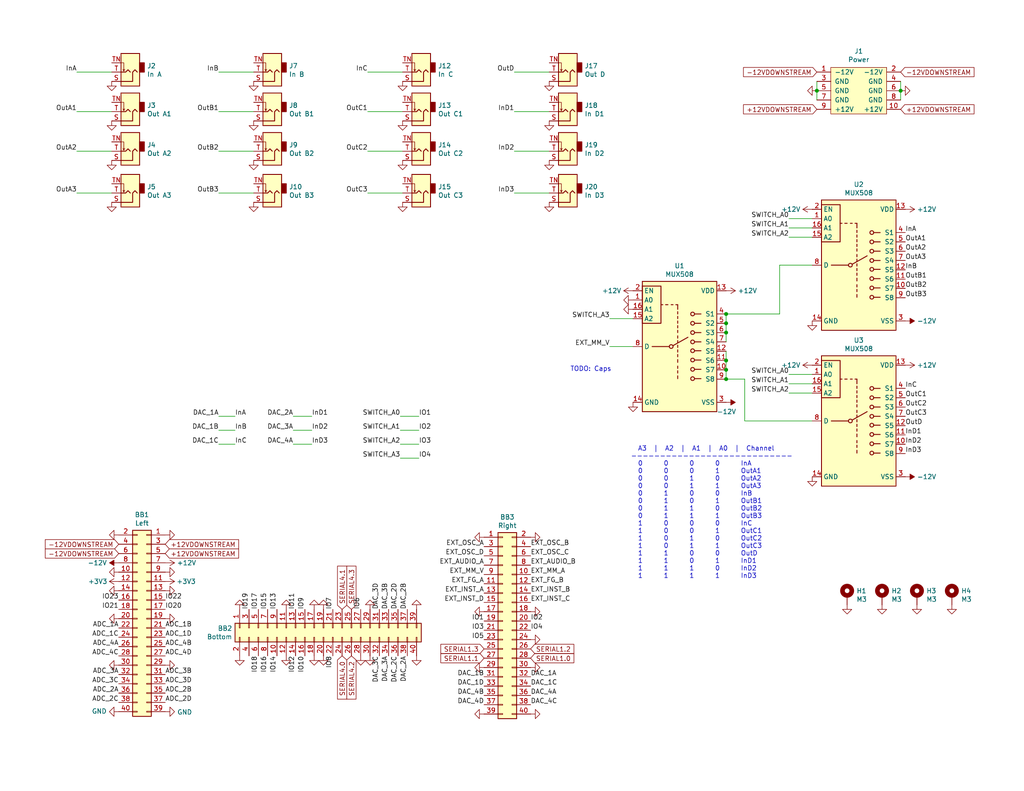
<source format=kicad_sch>
(kicad_sch (version 20230121) (generator eeschema)
  (paper "USLetter")
  (title_block (title "TestKit Adapter Template") (date "2021-11-01") (rev "v1") (company "Winterbloom") (comment 1 "Alethea Flowers") (comment 2 "CERN-OHL-P V2"))
  (lib_symbols
    (symbol "Connector_Generic:Conn_02x20_Odd_Even" (pin_names (offset 1.016) hide)
      (property "Reference" "J" (at 1.27 25.4 0))
      (property "Value" "Conn_02x20_Odd_Even" (at 1.27 -27.94 0))
      (symbol "Conn_02x20_Odd_Even_1_1"
        (rectangle (start -1.27 -25.273) (end 0 -25.527) (stroke (width 0.1524)))
        (rectangle (start -1.27 -22.733) (end 0 -22.987) (stroke (width 0.1524)))
        (rectangle (start -1.27 -20.193) (end 0 -20.447) (stroke (width 0.1524)))
        (rectangle (start -1.27 -17.653) (end 0 -17.907) (stroke (width 0.1524)))
        (rectangle (start -1.27 -15.113) (end 0 -15.367) (stroke (width 0.1524)))
        (rectangle (start -1.27 -12.573) (end 0 -12.827) (stroke (width 0.1524)))
        (rectangle (start -1.27 -10.033) (end 0 -10.287) (stroke (width 0.1524)))
        (rectangle (start -1.27 -7.493) (end 0 -7.747) (stroke (width 0.1524)))
        (rectangle (start -1.27 -4.953) (end 0 -5.207) (stroke (width 0.1524)))
        (rectangle (start -1.27 -2.413) (end 0 -2.667) (stroke (width 0.1524)))
        (rectangle (start -1.27 0.127) (end 0 -0.127) (stroke (width 0.1524)))
        (rectangle (start -1.27 2.667) (end 0 2.413) (stroke (width 0.1524)))
        (rectangle (start -1.27 5.207) (end 0 4.953) (stroke (width 0.1524)))
        (rectangle (start -1.27 7.747) (end 0 7.493) (stroke (width 0.1524)))
        (rectangle (start -1.27 10.287) (end 0 10.033) (stroke (width 0.1524)))
        (rectangle (start -1.27 12.827) (end 0 12.573) (stroke (width 0.1524)))
        (rectangle (start -1.27 15.367) (end 0 15.113) (stroke (width 0.1524)))
        (rectangle (start -1.27 17.907) (end 0 17.653) (stroke (width 0.1524)))
        (rectangle (start -1.27 20.447) (end 0 20.193) (stroke (width 0.1524)))
        (rectangle (start -1.27 22.987) (end 0 22.733) (stroke (width 0.1524)))
        (rectangle (start -1.27 24.13) (end 3.81 -26.67) (stroke (width 0.254)) (fill (type background)))
        (rectangle (start 3.81 -25.273) (end 2.54 -25.527) (stroke (width 0.1524)))
        (rectangle (start 3.81 -22.733) (end 2.54 -22.987) (stroke (width 0.1524)))
        (rectangle (start 3.81 -20.193) (end 2.54 -20.447) (stroke (width 0.1524)))
        (rectangle (start 3.81 -17.653) (end 2.54 -17.907) (stroke (width 0.1524)))
        (rectangle (start 3.81 -15.113) (end 2.54 -15.367) (stroke (width 0.1524)))
        (rectangle (start 3.81 -12.573) (end 2.54 -12.827) (stroke (width 0.1524)))
        (rectangle (start 3.81 -10.033) (end 2.54 -10.287) (stroke (width 0.1524)))
        (rectangle (start 3.81 -7.493) (end 2.54 -7.747) (stroke (width 0.1524)))
        (rectangle (start 3.81 -4.953) (end 2.54 -5.207) (stroke (width 0.1524)))
        (rectangle (start 3.81 -2.413) (end 2.54 -2.667) (stroke (width 0.1524)))
        (rectangle (start 3.81 0.127) (end 2.54 -0.127) (stroke (width 0.1524)))
        (rectangle (start 3.81 2.667) (end 2.54 2.413) (stroke (width 0.1524)))
        (rectangle (start 3.81 5.207) (end 2.54 4.953) (stroke (width 0.1524)))
        (rectangle (start 3.81 7.747) (end 2.54 7.493) (stroke (width 0.1524)))
        (rectangle (start 3.81 10.287) (end 2.54 10.033) (stroke (width 0.1524)))
        (rectangle (start 3.81 12.827) (end 2.54 12.573) (stroke (width 0.1524)))
        (rectangle (start 3.81 15.367) (end 2.54 15.113) (stroke (width 0.1524)))
        (rectangle (start 3.81 17.907) (end 2.54 17.653) (stroke (width 0.1524)))
        (rectangle (start 3.81 20.447) (end 2.54 20.193) (stroke (width 0.1524)))
        (rectangle (start 3.81 22.987) (end 2.54 22.733) (stroke (width 0.1524)))
        (pin passive line (at -5.08 22.86 0) (length 3.81) (name "Pin_1") (number "1"))
        (pin passive line (at 7.62 12.7 180) (length 3.81) (name "Pin_10") (number "10"))
        (pin passive line (at -5.08 10.16 0) (length 3.81) (name "Pin_11") (number "11"))
        (pin passive line (at 7.62 10.16 180) (length 3.81) (name "Pin_12") (number "12"))
        (pin passive line (at -5.08 7.62 0) (length 3.81) (name "Pin_13") (number "13"))
        (pin passive line (at 7.62 7.62 180) (length 3.81) (name "Pin_14") (number "14"))
        (pin passive line (at -5.08 5.08 0) (length 3.81) (name "Pin_15") (number "15"))
        (pin passive line (at 7.62 5.08 180) (length 3.81) (name "Pin_16") (number "16"))
        (pin passive line (at -5.08 2.54 0) (length 3.81) (name "Pin_17") (number "17"))
        (pin passive line (at 7.62 2.54 180) (length 3.81) (name "Pin_18") (number "18"))
        (pin passive line (at -5.08 0 0) (length 3.81) (name "Pin_19") (number "19"))
        (pin passive line (at 7.62 22.86 180) (length 3.81) (name "Pin_2") (number "2"))
        (pin passive line (at 7.62 0 180) (length 3.81) (name "Pin_20") (number "20"))
        (pin passive line (at -5.08 -2.54 0) (length 3.81) (name "Pin_21") (number "21"))
        (pin passive line (at 7.62 -2.54 180) (length 3.81) (name "Pin_22") (number "22"))
        (pin passive line (at -5.08 -5.08 0) (length 3.81) (name "Pin_23") (number "23"))
        (pin passive line (at 7.62 -5.08 180) (length 3.81) (name "Pin_24") (number "24"))
        (pin passive line (at -5.08 -7.62 0) (length 3.81) (name "Pin_25") (number "25"))
        (pin passive line (at 7.62 -7.62 180) (length 3.81) (name "Pin_26") (number "26"))
        (pin passive line (at -5.08 -10.16 0) (length 3.81) (name "Pin_27") (number "27"))
        (pin passive line (at 7.62 -10.16 180) (length 3.81) (name "Pin_28") (number "28"))
        (pin passive line (at -5.08 -12.7 0) (length 3.81) (name "Pin_29") (number "29"))
        (pin passive line (at -5.08 20.32 0) (length 3.81) (name "Pin_3") (number "3"))
        (pin passive line (at 7.62 -12.7 180) (length 3.81) (name "Pin_30") (number "30"))
        (pin passive line (at -5.08 -15.24 0) (length 3.81) (name "Pin_31") (number "31"))
        (pin passive line (at 7.62 -15.24 180) (length 3.81) (name "Pin_32") (number "32"))
        (pin passive line (at -5.08 -17.78 0) (length 3.81) (name "Pin_33") (number "33"))
        (pin passive line (at 7.62 -17.78 180) (length 3.81) (name "Pin_34") (number "34"))
        (pin passive line (at -5.08 -20.32 0) (length 3.81) (name "Pin_35") (number "35"))
        (pin passive line (at 7.62 -20.32 180) (length 3.81) (name "Pin_36") (number "36"))
        (pin passive line (at -5.08 -22.86 0) (length 3.81) (name "Pin_37") (number "37"))
        (pin passive line (at 7.62 -22.86 180) (length 3.81) (name "Pin_38") (number "38"))
        (pin passive line (at -5.08 -25.4 0) (length 3.81) (name "Pin_39") (number "39"))
        (pin passive line (at 7.62 20.32 180) (length 3.81) (name "Pin_4") (number "4"))
        (pin passive line (at 7.62 -25.4 180) (length 3.81) (name "Pin_40") (number "40"))
        (pin passive line (at -5.08 17.78 0) (length 3.81) (name "Pin_5") (number "5"))
        (pin passive line (at 7.62 17.78 180) (length 3.81) (name "Pin_6") (number "6"))
        (pin passive line (at -5.08 15.24 0) (length 3.81) (name "Pin_7") (number "7"))
        (pin passive line (at 7.62 15.24 180) (length 3.81) (name "Pin_8") (number "8"))
        (pin passive line (at -5.08 12.7 0) (length 3.81) (name "Pin_9") (number "9"))
      )
    )
    (symbol "Mechanical:MountingHole_Pad" (pin_numbers hide) (pin_names (offset 1.016) hide)
      (property "Reference" "H" (at 0 6.35 0))
      (property "Value" "MountingHole_Pad" (at 0 4.445 0))
      (symbol "MountingHole_Pad_0_1"
        (circle (center 0 1.27) (radius 1.27) (stroke (width 1.27)))
      )
      (symbol "MountingHole_Pad_1_1"
        (pin input line (at 0 -2.54 90) (length 2.54) (name "1") (number "1"))
      )
    )
    (symbol "hubble-lens-rescue:+3.3V-power" (power) (pin_names (offset 0))
      (property "Value" "+3.3V-power" (at 0 3.556 0))
      (symbol "+3.3V-power_0_1"
        (polyline (pts (xy -0.762 1.27) (xy 0 2.54)))
        (polyline (pts (xy 0 0) (xy 0 2.54)))
        (polyline (pts (xy 0 2.54) (xy 0.762 1.27)))
      )
      (symbol "+3.3V-power_1_1"
        (pin power_in line (at 0 0 90) (length 0) hide (name "+3V3") (number "1"))
      )
    )
    (symbol "hubble-lens-rescue:Eurorack_Power-winterbloom" (pin_names (offset 1.016))
      (property "Reference" "J" (at -6.35 7.62 0))
      (property "Value" "winterbloom_Eurorack_Power" (at 0 -7.62 0))
      (symbol "Eurorack_Power-winterbloom_0_1"
        (rectangle (start 7.62 -6.35) (end -7.62 6.35) (fill (type background)))
      )
      (symbol "Eurorack_Power-winterbloom_1_1"
        (pin passive line (at -11.43 5.08 0) (length 3.81) (name "-12V") (number "1"))
        (pin passive line (at 11.43 -5.08 180) (length 3.81) (name "+12V") (number "10"))
        (pin passive line (at 11.43 5.08 180) (length 3.81) (name "-12V") (number "2"))
        (pin passive line (at -11.43 2.54 0) (length 3.81) (name "GND") (number "3"))
        (pin passive line (at 11.43 2.54 180) (length 3.81) (name "GND") (number "4"))
        (pin passive line (at -11.43 0 0) (length 3.81) (name "GND") (number "5"))
        (pin passive line (at 11.43 0 180) (length 3.81) (name "GND") (number "6"))
        (pin passive line (at -11.43 -2.54 0) (length 3.81) (name "GND") (number "7"))
        (pin passive line (at 11.43 -2.54 180) (length 3.81) (name "GND") (number "8"))
        (pin passive line (at -11.43 -5.08 0) (length 3.81) (name "+12V") (number "9"))
      )
    )
    (symbol "power:+12V" (power) (pin_names (offset 0))
      (property "Value" "+12V" (at 0 3.556 0))
      (symbol "+12V_0_1"
        (polyline (pts (xy -0.762 1.27) (xy 0 2.54)))
        (polyline (pts (xy 0 0) (xy 0 2.54)))
        (polyline (pts (xy 0 2.54) (xy 0.762 1.27)))
      )
      (symbol "+12V_1_1"
        (pin power_in line (at 0 0 90) (length 0) hide (name "+12V") (number "1"))
      )
    )
    (symbol "power:-12V" (power) (pin_names (offset 0))
      (property "Value" "-12V" (at 0 3.81 0))
      (symbol "-12V_0_0"
        (pin power_in line (at 0 0 90) (length 0) hide (name "-12V") (number "1"))
      )
      (symbol "-12V_0_1"
        (polyline (pts (xy 0 0) (xy 0 1.27) (xy 0.762 1.27) (xy 0 2.54) (xy -0.762 1.27) (xy 0 1.27)) (fill (type outline)))
      )
    )
    (symbol "power:GND" (power) (pin_names (offset 0))
      (property "Value" "GND" (at 0 -3.81 0))
      (symbol "GND_0_1"
        (polyline (pts (xy 0 0) (xy 0 -1.27) (xy 1.27 -1.27) (xy 0 -2.54) (xy -1.27 -1.27) (xy 0 -1.27)))
      )
      (symbol "GND_1_1"
        (pin power_in line (at 0 0 270) (length 0) hide (name "GND") (number "1"))
      )
    )
    (symbol "winterbloom:Eurorack_Mono_Jack" (pin_names hide)
      (property "Reference" "J" (at 3.302 -4.064 0))
      (property "Value" "Eurorack_Mono_Jack" (at 0 5.08 0))
      (symbol "Eurorack_Mono_Jack_0_1"
        (rectangle (start -2.54 -5.08) (end 2.54 3.81) (stroke (width 0.254)) (fill (type background)))
        (polyline (pts (xy -1.778 -1.016) (xy -2.032 -0.508)))
        (polyline (pts (xy -2.54 1.27) (xy -1.778 1.27) (xy -1.778 -1.016) (xy -1.524 -0.508)))
        (polyline (pts (xy 0 -1.27) (xy -0.635 -0.635) (xy -1.27 -1.27) (xy -2.54 -1.27)) (stroke (width 0.254)))
        (polyline (pts (xy -2.54 -3.81) (xy 0.635 -3.81) (xy 0.635 -1.27) (xy 1.27 -0.635) (xy 1.905 -1.27)) (stroke (width 0.254)))
        (rectangle (start 2.54 -1.27) (end 3.81 1.27) (stroke (width 0.254)) (fill (type outline)))
      )
      (symbol "Eurorack_Mono_Jack_1_1"
        (pin passive line (at -5.08 -3.81 0) (length 2.54) (name "Sleeve") (number "S"))
        (pin passive line (at -5.08 -1.27 0) (length 2.54) (name "Tip") (number "T"))
        (pin passive line (at -5.08 1.27 0) (length 2.54) (name "Tip_normalize") (number "TN"))
      )
    )
    (symbol "winterbloom:MUX508"
      (property "Reference" "U" (at -10.16 19.05 0))
      (property "Value" "MUX508" (at 0 19.05 0))
      (symbol "MUX508_0_0"
        (pin bidirectional line (at 12.7 -8.89 180) (length 2.54) (name "S8") (number "9"))
      )
      (symbol "MUX508_0_1"
        (rectangle (start -10.16 16.51) (end -5.08 6.35) (stroke (width 0.254)))
        (rectangle (start -10.16 17.78) (end 10.16 -17.78) (stroke (width 0.254)) (fill (type background)))
        (circle (center -2.286 0) (radius 0.508) (stroke (width 0.254)))
        (polyline (pts (xy -4.572 11.43) (xy -5.08 11.43)) (stroke (width 0.254)))
        (polyline (pts (xy -3.81 11.43) (xy -3.175 11.43)) (stroke (width 0.254)))
        (polyline (pts (xy -2.794 0) (xy -7.493 0)) (stroke (width 0.254)))
        (polyline (pts (xy -1.778 0.254) (xy 2.286 2.54)) (stroke (width 0.254)))
        (polyline (pts (xy -1.778 11.43) (xy -2.286 11.43)) (stroke (width 0.254)))
        (polyline (pts (xy -0.508 -3.556) (xy -0.508 -4.318)) (stroke (width 0.254)))
        (polyline (pts (xy -0.508 -2.794) (xy -0.508 -2.159)) (stroke (width 0.254)))
        (polyline (pts (xy -0.508 -1.524) (xy -0.508 -0.889)) (stroke (width 0.254)))
        (polyline (pts (xy -0.508 -0.254) (xy -0.508 0.381)) (stroke (width 0.254)))
        (polyline (pts (xy -0.508 1.016) (xy -0.508 1.651)) (stroke (width 0.254)))
        (polyline (pts (xy -0.508 2.286) (xy -0.508 2.921)) (stroke (width 0.254)))
        (polyline (pts (xy -0.508 3.81) (xy -0.508 4.445)) (stroke (width 0.254)))
        (polyline (pts (xy -0.508 5.08) (xy -0.508 5.715)) (stroke (width 0.254)))
        (polyline (pts (xy -0.508 6.35) (xy -0.508 6.985)) (stroke (width 0.254)))
        (polyline (pts (xy -0.508 7.62) (xy -0.508 8.255)) (stroke (width 0.254)))
        (polyline (pts (xy -0.508 8.89) (xy -0.508 9.525)) (stroke (width 0.254)))
        (polyline (pts (xy -0.508 10.16) (xy -0.508 10.795)) (stroke (width 0.254)))
        (polyline (pts (xy -0.508 10.922) (xy -0.508 11.43)) (stroke (width 0.254)))
        (polyline (pts (xy -0.508 11.43) (xy -1.016 11.43)) (stroke (width 0.254)))
        (polyline (pts (xy 4.064 -8.763) (xy 5.842 -8.763)) (stroke (width 0.254)))
        (polyline (pts (xy 4.064 -6.223) (xy 5.842 -6.223)) (stroke (width 0.254)))
        (polyline (pts (xy 4.064 -3.683) (xy 5.842 -3.683)) (stroke (width 0.254)))
        (polyline (pts (xy 4.064 -1.143) (xy 5.842 -1.143)) (stroke (width 0.254)))
        (polyline (pts (xy 4.064 1.27) (xy 5.842 1.27)) (stroke (width 0.254)))
        (polyline (pts (xy 4.064 3.81) (xy 5.842 3.81)) (stroke (width 0.254)))
        (polyline (pts (xy 4.064 6.35) (xy 5.842 6.35)) (stroke (width 0.254)))
        (polyline (pts (xy 4.064 8.89) (xy 5.842 8.89)) (stroke (width 0.254)))
        (circle (center 3.556 -8.763) (radius 0.508) (stroke (width 0.254)))
        (circle (center 3.556 -6.223) (radius 0.508) (stroke (width 0.254)))
        (circle (center 3.556 -3.683) (radius 0.508) (stroke (width 0.254)))
        (circle (center 3.556 -1.143) (radius 0.508) (stroke (width 0.254)))
        (circle (center 3.556 1.27) (radius 0.508) (stroke (width 0.254)))
        (circle (center 3.556 3.81) (radius 0.508) (stroke (width 0.254)))
        (circle (center 3.556 6.35) (radius 0.508) (stroke (width 0.254)))
        (circle (center 3.556 8.89) (radius 0.508) (stroke (width 0.254)))
      )
      (symbol "MUX508_1_1"
        (polyline (pts (xy -0.508 -8.001) (xy -0.508 -8.763)) (stroke (width 0.254)))
        (polyline (pts (xy -0.508 -7.239) (xy -0.508 -6.604)) (stroke (width 0.254)))
        (polyline (pts (xy -0.508 -5.969) (xy -0.508 -5.334)) (stroke (width 0.254)))
        (pin input line (at -12.7 12.7 0) (length 2.54) (name "A0") (number "1"))
        (pin bidirectional line (at 12.7 -6.35 180) (length 2.54) (name "S7") (number "10"))
        (pin bidirectional line (at 12.7 -3.81 180) (length 2.54) (name "S6") (number "11"))
        (pin bidirectional line (at 12.7 -1.27 180) (length 2.54) (name "S5") (number "12"))
        (pin power_in line (at 12.7 15.24 180) (length 2.54) (name "VDD") (number "13"))
        (pin power_in line (at -12.7 -15.24 0) (length 2.54) (name "GND") (number "14"))
        (pin input line (at -12.7 7.62 0) (length 2.54) (name "A2") (number "15"))
        (pin input line (at -12.7 10.16 0) (length 2.54) (name "A1") (number "16"))
        (pin input line (at -12.7 15.24 0) (length 2.54) (name "EN") (number "2"))
        (pin power_in line (at 12.7 -15.24 180) (length 2.54) (name "VSS") (number "3"))
        (pin bidirectional line (at 12.7 8.89 180) (length 2.54) (name "S1") (number "4"))
        (pin bidirectional line (at 12.7 6.35 180) (length 2.54) (name "S2") (number "5"))
        (pin bidirectional line (at 12.7 3.81 180) (length 2.54) (name "S3") (number "6"))
        (pin bidirectional line (at 12.7 1.27 180) (length 2.54) (name "S4") (number "7"))
        (pin bidirectional line (at -12.7 0 0) (length 2.54) (name "D") (number "8"))
      )
    )
  )
  (junction (at 198.12 90.805))
  (junction (at 245.745 24.765))
  (junction (at 198.12 103.505))
  (junction (at 198.12 98.425))
  (junction (at 198.12 85.725))
  (junction (at 198.12 88.265))
  (junction (at 198.12 100.965))
  (junction (at 222.885 24.765))
  (wire (pts (xy 59.69 30.48) (xy 69.215 30.48)))
  (wire (pts (xy 212.725 85.725) (xy 212.725 72.39)))
  (wire (pts (xy 59.69 19.685) (xy 69.215 19.685)))
  (wire (pts (xy 172.72 94.615) (xy 166.37 94.615)))
  (wire (pts (xy 221.615 62.23) (xy 215.265 62.23)))
  (wire (pts (xy 20.955 19.685) (xy 30.48 19.685)))
  (wire (pts (xy 20.955 52.705) (xy 30.48 52.705)))
  (wire (pts (xy 245.745 22.225) (xy 245.745 24.765)))
  (wire (pts (xy 114.3 121.285) (xy 109.22 121.285)))
  (wire (pts (xy 59.69 113.665) (xy 64.135 113.665)))
  (wire (pts (xy 59.69 52.705) (xy 69.215 52.705)))
  (wire (pts (xy 198.12 98.425) (xy 198.12 100.965)))
  (wire (pts (xy 212.725 72.39) (xy 221.615 72.39)))
  (wire (pts (xy 198.12 88.265) (xy 198.12 90.805)))
  (wire (pts (xy 114.3 117.475) (xy 109.22 117.475)))
  (wire (pts (xy 221.615 59.69) (xy 215.265 59.69)))
  (wire (pts (xy 100.33 30.48) (xy 109.855 30.48)))
  (wire (pts (xy 198.12 95.885) (xy 198.12 98.425)))
  (wire (pts (xy 64.135 117.475) (xy 59.69 117.475)))
  (wire (pts (xy 100.33 19.685) (xy 109.855 19.685)))
  (wire (pts (xy 198.12 90.805) (xy 198.12 93.345)))
  (wire (pts (xy 59.69 41.275) (xy 69.215 41.275)))
  (wire (pts (xy 221.615 64.77) (xy 215.265 64.77)))
  (wire (pts (xy 198.12 85.725) (xy 198.12 88.265)))
  (wire (pts (xy 140.335 52.705) (xy 149.86 52.705)))
  (wire (pts (xy 85.09 117.475) (xy 80.01 117.475)))
  (wire (pts (xy 114.3 125.095) (xy 109.22 125.095)))
  (wire (pts (xy 85.09 113.665) (xy 80.01 113.665)))
  (wire (pts (xy 198.12 85.725) (xy 212.725 85.725)))
  (wire (pts (xy 198.12 103.505) (xy 203.2 103.505)))
  (wire (pts (xy 64.135 121.285) (xy 59.69 121.285)))
  (wire (pts (xy 222.885 22.225) (xy 222.885 24.765)))
  (wire (pts (xy 140.335 30.48) (xy 149.86 30.48)))
  (wire (pts (xy 114.3 113.665) (xy 109.22 113.665)))
  (wire (pts (xy 221.615 102.235) (xy 215.265 102.235)))
  (wire (pts (xy 140.335 41.275) (xy 149.86 41.275)))
  (wire (pts (xy 100.33 41.275) (xy 109.855 41.275)))
  (wire (pts (xy 172.72 86.995) (xy 166.37 86.995)))
  (wire (pts (xy 198.12 100.965) (xy 198.12 103.505)))
  (wire (pts (xy 20.955 30.48) (xy 30.48 30.48)))
  (wire (pts (xy 245.745 24.765) (xy 245.745 27.305)))
  (wire (pts (xy 203.2 103.505) (xy 203.2 114.935)))
  (wire (pts (xy 20.955 41.275) (xy 30.48 41.275)))
  (wire (pts (xy 140.335 19.685) (xy 149.86 19.685)))
  (wire (pts (xy 221.615 104.775) (xy 215.265 104.775)))
  (wire (pts (xy 85.09 121.285) (xy 80.01 121.285)))
  (wire (pts (xy 100.33 52.705) (xy 109.855 52.705)))
  (wire (pts (xy 222.885 24.765) (xy 222.885 27.305)))
  (wire (pts (xy 203.2 114.935) (xy 221.615 114.935)))
  (wire (pts (xy 221.615 107.315) (xy 215.265 107.315)))
  (text "  A3  |  A2  |  A1  |  A0  |  Channel\n----------------------------\n  0      0      0      0      InA\n  0      0      0      1      OutA1\n  0      0      1      0      OutA2\n  0      0      1      1      OutA3\n  0      1      0      0      InB\n  0      1      0      1      OutB1\n  0      1      1      0      OutB2\n  0      1      1      1      OutB3\n  1      0      0      0      InC\n  1      0      0      1      OutC1\n  1      0      1      0      OutC2\n  1      0      1      1      OutC3\n  1      1      0      0      OutD\n  1      1      0      1      InD1\n  1      1      1      0      InD2\n  1      1      1      1      InD3" (at 172.085 158.115 0) (effects (font (size 1.27 1.27)) (justify left bottom)))
  (text "TODO: Caps" (at 155.575 101.6 0) (effects (font (size 1.27 1.27)) (justify left bottom)))
  (label "DAC_3C" (at 103.505 179.07 270))
  (label "DAC_2B" (at 111.125 166.37 90))
  (label "EXT_FG_A" (at 132.08 159.385 180))
  (label "IO10" (at 83.185 179.07 270))
  (label "InD3" (at 85.09 121.285 0))
  (label "DAC_4B" (at 132.08 189.865 180))
  (label "IO7" (at 90.805 166.37 90))
  (label "ADC_4C" (at 32.385 179.07 180))
  (label "EXT_MM_V" (at 166.37 94.615 180))
  (label "OutA3" (at 247.015 71.12 0))
  (label "OutC3" (at 100.33 52.705 180))
  (label "InD1" (at 140.335 30.48 180))
  (label "OutA2" (at 247.015 68.58 0))
  (label "SWITCH_A2" (at 215.265 64.77 180))
  (label "InD2" (at 140.335 41.275 180))
  (label "SWITCH_A0" (at 215.265 102.235 180))
  (label "DAC_1C" (at 59.69 121.285 180))
  (label "ADC_2A" (at 32.385 189.23 180))
  (label "DAC_2A" (at 80.01 113.665 180))
  (label "IO4" (at 144.78 172.085 0))
  (label "IO1" (at 132.08 169.545 180))
  (label "OutB3" (at 247.015 81.28 0))
  (label "DAC_4C" (at 144.78 192.405 0))
  (label "EXT_OSC_C" (at 144.78 151.765 0))
  (label "IO14" (at 75.565 179.07 270))
  (label "IO3" (at 132.08 172.085 180))
  (label "InA" (at 247.015 63.5 0))
  (label "EXT_AUDIO_A" (at 132.08 154.305 180))
  (label "InA" (at 20.955 19.685 180))
  (label "ADC_1B" (at 45.085 171.45 0))
  (label "EXT_OSC_A" (at 132.08 149.225 180))
  (label "OutB2" (at 59.69 41.275 180))
  (label "InD3" (at 247.015 123.825 0))
  (label "ADC_3A" (at 32.385 184.15 180))
  (label "SWITCH_A0" (at 109.22 113.665 180))
  (label "DAC_3A" (at 80.01 117.475 180))
  (label "DAC_1A" (at 59.69 113.665 180))
  (label "IO22" (at 45.085 163.83 0))
  (label "IO19" (at 67.945 166.37 90))
  (label "IO1" (at 114.3 113.665 0))
  (label "ADC_3B" (at 45.085 184.15 0))
  (label "OutD" (at 140.335 19.685 180))
  (label "ADC_1C" (at 32.385 173.99 180))
  (label "EXT_INST_B" (at 144.78 161.925 0))
  (label "IO15" (at 73.025 166.37 90))
  (label "IO6" (at 98.425 166.37 90))
  (label "InB" (at 64.135 117.475 0))
  (label "DAC_2A" (at 111.125 179.07 270))
  (label "IO11" (at 80.645 166.37 90))
  (label "EXT_MM_V" (at 132.08 156.845 180))
  (label "IO2" (at 144.78 169.545 0))
  (label "IO17" (at 70.485 166.37 90))
  (label "ADC_3D" (at 45.085 186.69 0))
  (label "ADC_1A" (at 32.385 171.45 180))
  (label "DAC_3B" (at 106.045 166.37 90))
  (label "InD1" (at 85.09 113.665 0))
  (label "OutB1" (at 247.015 76.2 0))
  (label "DAC_3A" (at 106.045 179.07 270))
  (label "DAC_1A" (at 144.78 184.785 0))
  (label "OutB1" (at 59.69 30.48 180))
  (label "DAC_3D" (at 103.505 166.37 90))
  (label "IO18" (at 70.485 179.07 270))
  (label "OutD" (at 247.015 116.205 0))
  (label "InD1" (at 247.015 118.745 0))
  (label "EXT_OSC_D" (at 132.08 151.765 180))
  (label "ADC_1D" (at 45.085 173.99 0))
  (label "InD3" (at 140.335 52.705 180))
  (label "SWITCH_A2" (at 109.22 121.285 180))
  (label "DAC_1B" (at 59.69 117.475 180))
  (label "DAC_4A" (at 144.78 189.865 0))
  (label "InC" (at 64.135 121.285 0))
  (label "ADC_4D" (at 45.085 179.07 0))
  (label "ADC_3C" (at 32.385 186.69 180))
  (label "DAC_4D" (at 132.08 192.405 180))
  (label "IO2" (at 114.3 117.475 0))
  (label "InC" (at 100.33 19.685 180))
  (label "SWITCH_A3" (at 166.37 86.995 180))
  (label "IO4" (at 114.3 125.095 0))
  (label "EXT_MM_A" (at 144.78 156.845 0))
  (label "IO3" (at 114.3 121.285 0))
  (label "OutA3" (at 20.955 52.705 180))
  (label "DAC_2C" (at 108.585 179.07 270))
  (label "InD2" (at 85.09 117.475 0))
  (label "OutA1" (at 20.955 30.48 180))
  (label "IO21" (at 32.385 166.37 180))
  (label "IO5" (at 132.08 174.625 180))
  (label "EXT_FG_B" (at 144.78 159.385 0))
  (label "OutB2" (at 247.015 78.74 0))
  (label "OutC1" (at 247.015 108.585 0))
  (label "EXT_INST_D" (at 132.08 164.465 180))
  (label "OutC1" (at 100.33 30.48 180))
  (label "EXT_INST_A" (at 132.08 161.925 180))
  (label "IO13" (at 75.565 166.37 90))
  (label "InC" (at 247.015 106.045 0))
  (label "InB" (at 59.69 19.685 180))
  (label "OutA1" (at 247.015 66.04 0))
  (label "ADC_2C" (at 32.385 191.77 180))
  (label "DAC_1B" (at 132.08 184.785 180))
  (label "IO20" (at 45.085 166.37 0))
  (label "OutC3" (at 247.015 113.665 0))
  (label "ADC_2B" (at 45.085 189.23 0))
  (label "ADC_2D" (at 45.085 191.77 0))
  (label "IO12" (at 80.645 179.07 270))
  (label "EXT_OSC_B" (at 144.78 149.225 0))
  (label "SWITCH_A3" (at 109.22 125.095 180))
  (label "DAC_1C" (at 144.78 187.325 0))
  (label "OutC2" (at 247.015 111.125 0))
  (label "SWITCH_A0" (at 215.265 59.69 180))
  (label "InA" (at 64.135 113.665 0))
  (label "IO23" (at 32.385 163.83 180))
  (label "IO9" (at 83.185 166.37 90))
  (label "IO8" (at 90.805 179.07 270))
  (label "DAC_1D" (at 132.08 187.325 180))
  (label "DAC_2D" (at 108.585 166.37 90))
  (label "InB" (at 247.015 73.66 0))
  (label "EXT_AUDIO_B" (at 144.78 154.305 0))
  (label "OutC2" (at 100.33 41.275 180))
  (label "SWITCH_A2" (at 215.265 107.315 180))
  (label "ADC_4B" (at 45.085 176.53 0))
  (label "ADC_4A" (at 32.385 176.53 180))
  (label "SWITCH_A1" (at 215.265 62.23 180))
  (label "OutA2" (at 20.955 41.275 180))
  (label "SWITCH_A1" (at 109.22 117.475 180))
  (label "DAC_4A" (at 80.01 121.285 180))
  (label "OutB3" (at 59.69 52.705 180))
  (label "IO16" (at 73.025 179.07 270))
  (label "InD2" (at 247.015 121.285 0))
  (label "SWITCH_A1" (at 215.265 104.775 180))
  (label "EXT_INST_C" (at 144.78 164.465 0))
  (global_label "SERIAL1.0" (shape input) (at 144.78 179.705 0) (property "Intersheetrefs" "${INTERSHEET_REFS}" (effects hide)))
  (global_label "+12VDOWNSTREAM" (shape input) (at 45.085 151.13 0) (property "Intersheetrefs" "${INTERSHEET_REFS}" (effects hide)))
  (global_label "SERIAL4.1" (shape input) (at 93.345 166.37 90) (property "Intersheetrefs" "${INTERSHEET_REFS}" (effects hide)))
  (global_label "-12VDOWNSTREAM" (shape input) (at 32.385 151.13 180) (property "Intersheetrefs" "${INTERSHEET_REFS}" (effects hide)))
  (global_label "SERIAL1.2" (shape input) (at 144.78 177.165 0) (property "Intersheetrefs" "${INTERSHEET_REFS}" (effects hide)))
  (global_label "-12VDOWNSTREAM" (shape input) (at 222.885 19.685 180) (property "Intersheetrefs" "${INTERSHEET_REFS}" (effects hide)))
  (global_label "-12VDOWNSTREAM" (shape input) (at 245.745 19.685 0) (property "Intersheetrefs" "${INTERSHEET_REFS}" (effects hide)))
  (global_label "+12VDOWNSTREAM" (shape input) (at 222.885 29.845 180) (property "Intersheetrefs" "${INTERSHEET_REFS}" (effects hide)))
  (global_label "SERIAL4.3" (shape input) (at 95.885 166.37 90) (property "Intersheetrefs" "${INTERSHEET_REFS}" (effects hide)))
  (global_label "+12VDOWNSTREAM" (shape input) (at 245.745 29.845 0) (property "Intersheetrefs" "${INTERSHEET_REFS}" (effects hide)))
  (global_label "-12VDOWNSTREAM" (shape input) (at 32.385 148.59 180) (property "Intersheetrefs" "${INTERSHEET_REFS}" (effects hide)))
  (global_label "SERIAL4.2" (shape input) (at 95.885 179.07 270) (property "Intersheetrefs" "${INTERSHEET_REFS}" (effects hide)))
  (global_label "SERIAL1.3" (shape input) (at 132.08 177.165 180) (property "Intersheetrefs" "${INTERSHEET_REFS}" (effects hide)))
  (global_label "SERIAL4.0" (shape input) (at 93.345 179.07 270) (property "Intersheetrefs" "${INTERSHEET_REFS}" (effects hide)))
  (global_label "SERIAL1.1" (shape input) (at 132.08 179.705 180) (property "Intersheetrefs" "${INTERSHEET_REFS}" (effects hide)))
  (global_label "+12VDOWNSTREAM" (shape input) (at 45.085 148.59 0) (property "Intersheetrefs" "${INTERSHEET_REFS}" (effects hide)))
  (symbol (lib_id "Connector_Generic:Conn_02x20_Odd_Even") (at 40.005 168.91 0) (mirror y) (unit 1)
    (property "Reference" "BB1" (at 38.735 140.5382 0))
    (property "Value" "Left" (at 38.735 142.8496 0))
    (property "Footprint" "Connector_PinSocket_2.54mm:PinSocket_2x20_P2.54mm_Vertical" (effects hide))
  )
  (symbol (lib_id "Connector_Generic:Conn_02x20_Odd_Even") (at 88.265 171.45 90) (mirror x) (unit 1)
    (property "Reference" "BB2" (at 63.373 171.5516 90) (effects (justify left)))
    (property "Value" "Bottom" (at 63.373 173.863 90) (effects (justify left)))
    (property "Footprint" "Connector_PinSocket_2.54mm:PinSocket_2x20_P2.54mm_Vertical" (effects hide))
  )
  (symbol (lib_id "Connector_Generic:Conn_02x20_Odd_Even") (at 137.16 169.545 0) (unit 1)
    (property "Reference" "BB3" (at 138.43 141.1732 0))
    (property "Value" "Right" (at 138.43 143.4846 0))
    (property "Footprint" "Connector_PinSocket_2.54mm:PinSocket_2x20_P2.54mm_Vertical" (effects hide))
  )
  (symbol (lib_id "power:GND") (at 65.405 179.07 0) (unit 1)
    (property "Reference" "#PWR0101" (effects hide))
    (property "Value" "GND" (effects hide))
  )
  (symbol (lib_id "power:GND") (at 113.665 179.07 0) (unit 1)
    (property "Reference" "#PWR0102" (effects hide))
    (property "Value" "GND" (effects hide))
  )
  (symbol (lib_id "power:GND") (at 113.665 166.37 180) (unit 1)
    (property "Reference" "#PWR0103" (effects hide))
    (property "Value" "GND" (effects hide))
  )
  (symbol (lib_id "power:GND") (at 65.405 166.37 180) (unit 1)
    (property "Reference" "#PWR0127" (effects hide))
    (property "Value" "GND" (effects hide))
  )
  (symbol (lib_id "power:GND") (at 45.085 146.05 90) (mirror x) (unit 1)
    (property "Reference" "#PWR0124" (effects hide))
    (property "Value" "GND" (effects hide))
  )
  (symbol (lib_id "power:GND") (at 32.385 146.05 270) (mirror x) (unit 1)
    (property "Reference" "#PWR0123" (effects hide))
    (property "Value" "GND" (effects hide))
  )
  (symbol (lib_id "power:GND") (at 32.385 194.31 270) (mirror x) (unit 1)
    (property "Reference" "#PWR0122" (effects hide))
    (property "Value" "GND" (at 29.1338 194.183 90) (effects (justify right)))
  )
  (symbol (lib_id "power:GND") (at 45.085 194.31 90) (mirror x) (unit 1)
    (property "Reference" "#PWR0121" (effects hide))
    (property "Value" "GND" (at 48.3362 194.437 90) (effects (justify right)))
  )
  (symbol (lib_id "power:GND") (at 144.78 146.685 90) (unit 1)
    (property "Reference" "#PWR0104" (effects hide))
    (property "Value" "GND" (effects hide))
  )
  (symbol (lib_id "power:GND") (at 132.08 146.685 270) (unit 1)
    (property "Reference" "#PWR0105" (effects hide))
    (property "Value" "GND" (effects hide))
  )
  (symbol (lib_id "power:GND") (at 132.08 194.945 270) (unit 1)
    (property "Reference" "#PWR0106" (effects hide))
    (property "Value" "GND" (effects hide))
  )
  (symbol (lib_id "power:GND") (at 144.78 194.945 90) (unit 1)
    (property "Reference" "#PWR0107" (effects hide))
    (property "Value" "GND" (effects hide))
  )
  (symbol (lib_id "power:GND") (at 132.08 182.245 270) (unit 1)
    (property "Reference" "#PWR0108" (effects hide))
    (property "Value" "GND" (effects hide))
  )
  (symbol (lib_id "power:GND") (at 144.78 182.245 90) (unit 1)
    (property "Reference" "#PWR0109" (effects hide))
    (property "Value" "GND" (effects hide))
  )
  (symbol (lib_id "power:GND") (at 132.08 167.005 270) (unit 1)
    (property "Reference" "#PWR0110" (effects hide))
    (property "Value" "GND" (effects hide))
  )
  (symbol (lib_id "power:GND") (at 144.78 167.005 90) (unit 1)
    (property "Reference" "#PWR0111" (effects hide))
    (property "Value" "GND" (effects hide))
  )
  (symbol (lib_id "power:GND") (at 32.385 156.21 270) (mirror x) (unit 1)
    (property "Reference" "#PWR0120" (effects hide))
    (property "Value" "GND" (effects hide))
  )
  (symbol (lib_id "power:GND") (at 32.385 181.61 270) (mirror x) (unit 1)
    (property "Reference" "#PWR0135" (effects hide))
    (property "Value" "GND" (effects hide))
  )
  (symbol (lib_id "power:GND") (at 45.085 181.61 90) (mirror x) (unit 1)
    (property "Reference" "#PWR0119" (effects hide))
    (property "Value" "GND" (effects hide))
  )
  (symbol (lib_id "hubble-lens-rescue:+3.3V-power") (at 32.385 158.75 90) (mirror x) (unit 1)
    (property "Reference" "#PWR0118" (effects hide))
    (property "Value" "+3.3V" (at 26.67 158.75 90))
  )
  (symbol (lib_id "hubble-lens-rescue:+3.3V-power") (at 45.085 158.75 270) (mirror x) (unit 1)
    (property "Reference" "#PWR0117" (effects hide))
    (property "Value" "+3.3V" (at 50.8 158.75 90))
  )
  (symbol (lib_id "power:GND") (at 32.385 161.29 270) (mirror x) (unit 1)
    (property "Reference" "#PWR0116" (effects hide))
    (property "Value" "GND" (effects hide))
  )
  (symbol (lib_id "power:GND") (at 45.085 161.29 90) (mirror x) (unit 1)
    (property "Reference" "#PWR0115" (effects hide))
    (property "Value" "GND" (effects hide))
  )
  (symbol (lib_id "hubble-lens-rescue:Eurorack_Power-winterbloom") (at 234.315 24.765 0) (unit 1)
    (property "Reference" "J1" (at 234.315 13.97 0))
    (property "Value" "Power" (at 234.315 16.2814 0))
    (property "Footprint" "winterbloom:Eurorack_Power" (effects hide))
    (property "Datasheet" "https://static6.arrow.com/aropdfconversion/1507f1621f4e67855dd466ebb3ac550d52564a9d/32302-sxx1.pdf" (effects hide))
    (property "mpn" "302-S101" (effects hide))
  )
  (symbol (lib_id "winterbloom:Eurorack_Mono_Jack") (at 35.56 18.415 0) (unit 1)
    (property "Reference" "J2" (at 40.132 17.9832 0) (effects (justify left)))
    (property "Value" "In A" (at 40.132 20.2946 0) (effects (justify left)))
    (property "Footprint" "winterbloom:WQP-WQP518MA-skinny" (effects hide))
    (property "Datasheet" "http://www.qingpu-electronics.com/en/products/WQP-PJ398SM-362.html" (effects hide))
    (property "mpn" "WQP-WQP518MA" (effects hide))
  )
  (symbol (lib_id "winterbloom:Eurorack_Mono_Jack") (at 35.56 29.21 0) (unit 1)
    (property "Reference" "J3" (at 40.132 28.7782 0) (effects (justify left)))
    (property "Value" "Out A1" (at 40.132 31.0896 0) (effects (justify left)))
    (property "Footprint" "winterbloom:WQP-WQP518MA-skinny" (effects hide))
    (property "Datasheet" "http://www.qingpu-electronics.com/en/products/WQP-PJ398SM-362.html" (effects hide))
    (property "mpn" "WQP-WQP518MA" (effects hide))
  )
  (symbol (lib_id "winterbloom:Eurorack_Mono_Jack") (at 35.56 40.005 0) (unit 1)
    (property "Reference" "J4" (at 40.132 39.5732 0) (effects (justify left)))
    (property "Value" "Out A2" (at 40.132 41.8846 0) (effects (justify left)))
    (property "Footprint" "winterbloom:WQP-WQP518MA-skinny" (effects hide))
    (property "Datasheet" "http://www.qingpu-electronics.com/en/products/WQP-PJ398SM-362.html" (effects hide))
    (property "mpn" "WQP-WQP518MA" (effects hide))
  )
  (symbol (lib_id "winterbloom:Eurorack_Mono_Jack") (at 35.56 51.435 0) (unit 1)
    (property "Reference" "J5" (at 40.132 51.0032 0) (effects (justify left)))
    (property "Value" "Out A3" (at 40.132 53.3146 0) (effects (justify left)))
    (property "Footprint" "winterbloom:WQP-WQP518MA-skinny" (effects hide))
    (property "Datasheet" "http://www.qingpu-electronics.com/en/products/WQP-PJ398SM-362.html" (effects hide))
    (property "mpn" "WQP-WQP518MA" (effects hide))
  )
  (symbol (lib_id "winterbloom:Eurorack_Mono_Jack") (at 74.295 18.415 0) (unit 1)
    (property "Reference" "J7" (at 78.867 17.9832 0) (effects (justify left)))
    (property "Value" "In B" (at 78.867 20.2946 0) (effects (justify left)))
    (property "Footprint" "winterbloom:WQP-WQP518MA-skinny" (effects hide))
    (property "Datasheet" "http://www.qingpu-electronics.com/en/products/WQP-PJ398SM-362.html" (effects hide))
    (property "mpn" "WQP-WQP518MA" (effects hide))
  )
  (symbol (lib_id "winterbloom:Eurorack_Mono_Jack") (at 74.295 29.21 0) (unit 1)
    (property "Reference" "J8" (at 78.867 28.7782 0) (effects (justify left)))
    (property "Value" "Out B1" (at 78.867 31.0896 0) (effects (justify left)))
    (property "Footprint" "winterbloom:WQP-WQP518MA-skinny" (effects hide))
    (property "Datasheet" "http://www.qingpu-electronics.com/en/products/WQP-PJ398SM-362.html" (effects hide))
    (property "mpn" "WQP-WQP518MA" (effects hide))
  )
  (symbol (lib_id "winterbloom:Eurorack_Mono_Jack") (at 74.295 40.005 0) (unit 1)
    (property "Reference" "J9" (at 78.867 39.5732 0) (effects (justify left)))
    (property "Value" "Out B2" (at 78.867 41.8846 0) (effects (justify left)))
    (property "Footprint" "winterbloom:WQP-WQP518MA-skinny" (effects hide))
    (property "Datasheet" "http://www.qingpu-electronics.com/en/products/WQP-PJ398SM-362.html" (effects hide))
    (property "mpn" "WQP-WQP518MA" (effects hide))
  )
  (symbol (lib_id "winterbloom:Eurorack_Mono_Jack") (at 74.295 51.435 0) (unit 1)
    (property "Reference" "J10" (at 78.867 51.0032 0) (effects (justify left)))
    (property "Value" "Out B3" (at 78.867 53.3146 0) (effects (justify left)))
    (property "Footprint" "winterbloom:WQP-WQP518MA-skinny" (effects hide))
    (property "Datasheet" "http://www.qingpu-electronics.com/en/products/WQP-PJ398SM-362.html" (effects hide))
    (property "mpn" "WQP-WQP518MA" (effects hide))
  )
  (symbol (lib_id "winterbloom:Eurorack_Mono_Jack") (at 114.935 18.415 0) (unit 1)
    (property "Reference" "J12" (at 119.507 17.9832 0) (effects (justify left)))
    (property "Value" "In C" (at 119.507 20.2946 0) (effects (justify left)))
    (property "Footprint" "winterbloom:WQP-WQP518MA-skinny" (effects hide))
    (property "Datasheet" "http://www.qingpu-electronics.com/en/products/WQP-PJ398SM-362.html" (effects hide))
    (property "mpn" "WQP-WQP518MA" (effects hide))
  )
  (symbol (lib_id "winterbloom:Eurorack_Mono_Jack") (at 114.935 29.21 0) (unit 1)
    (property "Reference" "J13" (at 119.507 28.7782 0) (effects (justify left)))
    (property "Value" "Out C1" (at 119.507 31.0896 0) (effects (justify left)))
    (property "Footprint" "winterbloom:WQP-WQP518MA-skinny" (effects hide))
    (property "Datasheet" "http://www.qingpu-electronics.com/en/products/WQP-PJ398SM-362.html" (effects hide))
    (property "mpn" "WQP-WQP518MA" (effects hide))
  )
  (symbol (lib_id "winterbloom:Eurorack_Mono_Jack") (at 114.935 40.005 0) (unit 1)
    (property "Reference" "J14" (at 119.507 39.5732 0) (effects (justify left)))
    (property "Value" "Out C2" (at 119.507 41.8846 0) (effects (justify left)))
    (property "Footprint" "winterbloom:WQP-WQP518MA-skinny" (effects hide))
    (property "Datasheet" "http://www.qingpu-electronics.com/en/products/WQP-PJ398SM-362.html" (effects hide))
    (property "mpn" "WQP-WQP518MA" (effects hide))
  )
  (symbol (lib_id "winterbloom:Eurorack_Mono_Jack") (at 114.935 51.435 0) (unit 1)
    (property "Reference" "J15" (at 119.507 51.0032 0) (effects (justify left)))
    (property "Value" "Out C3" (at 119.507 53.3146 0) (effects (justify left)))
    (property "Footprint" "winterbloom:WQP-WQP518MA-skinny" (effects hide))
    (property "Datasheet" "http://www.qingpu-electronics.com/en/products/WQP-PJ398SM-362.html" (effects hide))
    (property "mpn" "WQP-WQP518MA" (effects hide))
  )
  (symbol (lib_id "winterbloom:Eurorack_Mono_Jack") (at 154.94 18.415 0) (unit 1)
    (property "Reference" "J17" (at 159.512 17.9832 0) (effects (justify left)))
    (property "Value" "Out D" (at 159.512 20.2946 0) (effects (justify left)))
    (property "Footprint" "winterbloom:WQP-WQP518MA-skinny" (effects hide))
    (property "Datasheet" "http://www.qingpu-electronics.com/en/products/WQP-PJ398SM-362.html" (effects hide))
    (property "mpn" "WQP-WQP518MA" (effects hide))
  )
  (symbol (lib_id "winterbloom:Eurorack_Mono_Jack") (at 154.94 29.21 0) (unit 1)
    (property "Reference" "J18" (at 159.512 28.7782 0) (effects (justify left)))
    (property "Value" "In D1" (at 159.512 31.0896 0) (effects (justify left)))
    (property "Footprint" "winterbloom:WQP-WQP518MA-skinny" (effects hide))
    (property "Datasheet" "http://www.qingpu-electronics.com/en/products/WQP-PJ398SM-362.html" (effects hide))
    (property "mpn" "WQP-WQP518MA" (effects hide))
  )
  (symbol (lib_id "winterbloom:Eurorack_Mono_Jack") (at 154.94 40.005 0) (unit 1)
    (property "Reference" "J19" (at 159.512 39.5732 0) (effects (justify left)))
    (property "Value" "In D2" (at 159.512 41.8846 0) (effects (justify left)))
    (property "Footprint" "winterbloom:WQP-WQP518MA-skinny" (effects hide))
    (property "Datasheet" "http://www.qingpu-electronics.com/en/products/WQP-PJ398SM-362.html" (effects hide))
    (property "mpn" "WQP-WQP518MA" (effects hide))
  )
  (symbol (lib_id "winterbloom:Eurorack_Mono_Jack") (at 154.94 51.435 0) (unit 1)
    (property "Reference" "J20" (at 159.512 51.0032 0) (effects (justify left)))
    (property "Value" "In D3" (at 159.512 53.3146 0) (effects (justify left)))
    (property "Footprint" "winterbloom:WQP-WQP518MA-skinny" (effects hide))
    (property "Datasheet" "http://www.qingpu-electronics.com/en/products/WQP-PJ398SM-362.html" (effects hide))
    (property "mpn" "WQP-WQP518MA" (effects hide))
  )
  (symbol (lib_id "power:GND") (at 245.745 24.765 90) (unit 1)
    (property "Reference" "#PWR0143" (effects hide))
    (property "Value" "GND" (effects hide))
  )
  (symbol (lib_id "power:GND") (at 30.48 22.225 0) (unit 1)
    (property "Reference" "#PWR0144" (effects hide))
    (property "Value" "GND" (effects hide))
  )
  (symbol (lib_id "power:GND") (at 30.48 33.02 0) (unit 1)
    (property "Reference" "#PWR0145" (effects hide))
    (property "Value" "GND" (effects hide))
  )
  (symbol (lib_id "power:GND") (at 30.48 43.815 0) (unit 1)
    (property "Reference" "#PWR0146" (effects hide))
    (property "Value" "GND" (effects hide))
  )
  (symbol (lib_id "power:GND") (at 30.48 55.245 0) (unit 1)
    (property "Reference" "#PWR0147" (effects hide))
    (property "Value" "GND" (effects hide))
  )
  (symbol (lib_id "power:GND") (at 69.215 55.245 0) (unit 1)
    (property "Reference" "#PWR0148" (effects hide))
    (property "Value" "GND" (effects hide))
  )
  (symbol (lib_id "power:GND") (at 69.215 43.815 0) (unit 1)
    (property "Reference" "#PWR0149" (effects hide))
    (property "Value" "GND" (effects hide))
  )
  (symbol (lib_id "power:GND") (at 69.215 33.02 0) (unit 1)
    (property "Reference" "#PWR0150" (effects hide))
    (property "Value" "GND" (effects hide))
  )
  (symbol (lib_id "power:GND") (at 69.215 22.225 0) (unit 1)
    (property "Reference" "#PWR0151" (effects hide))
    (property "Value" "GND" (effects hide))
  )
  (symbol (lib_id "power:GND") (at 109.855 22.225 0) (unit 1)
    (property "Reference" "#PWR0152" (effects hide))
    (property "Value" "GND" (effects hide))
  )
  (symbol (lib_id "power:GND") (at 109.855 33.02 0) (unit 1)
    (property "Reference" "#PWR0153" (effects hide))
    (property "Value" "GND" (effects hide))
  )
  (symbol (lib_id "power:GND") (at 109.855 43.815 0) (unit 1)
    (property "Reference" "#PWR0154" (effects hide))
    (property "Value" "GND" (effects hide))
  )
  (symbol (lib_id "power:GND") (at 109.855 55.245 0) (unit 1)
    (property "Reference" "#PWR0155" (effects hide))
    (property "Value" "GND" (effects hide))
  )
  (symbol (lib_id "power:GND") (at 149.86 55.245 0) (unit 1)
    (property "Reference" "#PWR0156" (effects hide))
    (property "Value" "GND" (effects hide))
  )
  (symbol (lib_id "power:GND") (at 149.86 43.815 0) (unit 1)
    (property "Reference" "#PWR0157" (effects hide))
    (property "Value" "GND" (effects hide))
  )
  (symbol (lib_id "power:GND") (at 149.86 33.02 0) (unit 1)
    (property "Reference" "#PWR0158" (effects hide))
    (property "Value" "GND" (effects hide))
  )
  (symbol (lib_id "power:GND") (at 149.86 22.225 0) (unit 1)
    (property "Reference" "#PWR0159" (effects hide))
    (property "Value" "GND" (effects hide))
  )
  (symbol (lib_id "power:GND") (at 222.885 24.765 270) (unit 1)
    (property "Reference" "#PWR0160" (effects hide))
    (property "Value" "GND" (effects hide))
  )
  (symbol (lib_id "power:GND") (at 231.14 165.1 0) (unit 1)
    (property "Reference" "#PWR0139" (effects hide))
    (property "Value" "GND" (effects hide))
  )
  (symbol (lib_id "power:GND") (at 240.665 165.1 0) (unit 1)
    (property "Reference" "#PWR0140" (effects hide))
    (property "Value" "GND" (effects hide))
  )
  (symbol (lib_id "power:GND") (at 250.19 165.1 0) (unit 1)
    (property "Reference" "#PWR0141" (effects hide))
    (property "Value" "GND" (effects hide))
  )
  (symbol (lib_id "power:GND") (at 259.715 165.1 0) (unit 1)
    (property "Reference" "#PWR0142" (effects hide))
    (property "Value" "GND" (effects hide))
  )
  (symbol (lib_id "winterbloom:MUX508") (at 234.315 72.39 0) (unit 1)
    (property "Reference" "U2" (at 234.315 50.3682 0))
    (property "Value" "MUX508" (at 234.315 52.6796 0))
    (property "Footprint" "Package_SO:TSSOP-16_4.4x5mm_P0.65mm" (effects hide))
    (property "Datasheet" "https://www.ti.com/lit/ds/symlink/mux508.pdf" (effects hide))
  )
  (symbol (lib_id "power:+12V") (at 247.015 57.15 270) (unit 1)
    (property "Reference" "#PWR0161" (effects hide))
    (property "Value" "+12V" (at 250.19 57.15 90) (effects (justify left)))
  )
  (symbol (lib_id "power:-12V") (at 247.015 87.63 270) (unit 1)
    (property "Reference" "#PWR0162" (effects hide))
    (property "Value" "-12V" (at 250.19 87.63 90) (effects (justify left)))
  )
  (symbol (lib_id "power:GND") (at 221.615 87.63 0) (unit 1)
    (property "Reference" "#PWR0163" (effects hide))
    (property "Value" "GND" (effects hide))
  )
  (symbol (lib_id "power:+12V") (at 221.615 57.15 90) (unit 1)
    (property "Reference" "#PWR0164" (effects hide))
    (property "Value" "+12V" (at 218.44 57.15 90) (effects (justify left)))
  )
  (symbol (lib_id "winterbloom:MUX508") (at 234.315 114.935 0) (unit 1)
    (property "Reference" "U3" (at 234.315 92.9132 0))
    (property "Value" "MUX508" (at 234.315 95.2246 0))
    (property "Footprint" "Package_SO:TSSOP-16_4.4x5mm_P0.65mm" (effects hide))
    (property "Datasheet" "https://www.ti.com/lit/ds/symlink/mux508.pdf" (effects hide))
  )
  (symbol (lib_id "power:+12V") (at 247.015 99.695 270) (unit 1)
    (property "Reference" "#PWR0165" (effects hide))
    (property "Value" "+12V" (at 250.19 99.695 90) (effects (justify left)))
  )
  (symbol (lib_id "power:-12V") (at 247.015 130.175 270) (unit 1)
    (property "Reference" "#PWR0166" (effects hide))
    (property "Value" "-12V" (at 250.19 130.175 90) (effects (justify left)))
  )
  (symbol (lib_id "power:GND") (at 221.615 130.175 0) (unit 1)
    (property "Reference" "#PWR0167" (effects hide))
    (property "Value" "GND" (effects hide))
  )
  (symbol (lib_id "power:+12V") (at 221.615 99.695 90) (unit 1)
    (property "Reference" "#PWR0168" (effects hide))
    (property "Value" "+12V" (at 218.44 99.695 90) (effects (justify left)))
  )
  (symbol (lib_id "winterbloom:MUX508") (at 185.42 94.615 0) (unit 1)
    (property "Reference" "U1" (at 185.42 72.5932 0))
    (property "Value" "MUX508" (at 185.42 74.9046 0))
    (property "Footprint" "Package_SO:TSSOP-16_4.4x5mm_P0.65mm" (effects hide))
    (property "Datasheet" "https://www.ti.com/lit/ds/symlink/mux508.pdf" (effects hide))
  )
  (symbol (lib_id "power:+12V") (at 198.12 79.375 270) (unit 1)
    (property "Reference" "#PWR0169" (effects hide))
    (property "Value" "+12V" (at 201.295 79.375 90) (effects (justify left)))
  )
  (symbol (lib_id "power:-12V") (at 198.12 109.855 270) (unit 1)
    (property "Reference" "#PWR0170" (effects hide))
    (property "Value" "-12V" (at 195.58 112.395 90) (effects (justify left)))
  )
  (symbol (lib_id "power:GND") (at 172.72 109.855 0) (unit 1)
    (property "Reference" "#PWR0171" (effects hide))
    (property "Value" "GND" (effects hide))
  )
  (symbol (lib_id "power:+12V") (at 172.72 79.375 90) (unit 1)
    (property "Reference" "#PWR0172" (effects hide))
    (property "Value" "+12V" (at 169.545 79.375 90) (effects (justify left)))
  )
  (symbol (lib_id "power:GND") (at 172.72 81.915 270) (unit 1)
    (property "Reference" "#PWR0173" (effects hide))
    (property "Value" "GND" (effects hide))
  )
  (symbol (lib_id "power:GND") (at 172.72 84.455 270) (unit 1)
    (property "Reference" "#PWR0174" (effects hide))
    (property "Value" "GND" (effects hide))
  )
  (symbol (lib_id "power:GND") (at 144.78 174.625 90) (unit 1)
    (property "Reference" "#PWR0112" (effects hide))
    (property "Value" "GND" (effects hide))
  )
  (symbol (lib_id "power:GND") (at 100.965 179.07 0) (unit 1)
    (property "Reference" "#PWR0113" (effects hide))
    (property "Value" "GND" (effects hide))
  )
  (symbol (lib_id "power:GND") (at 100.965 166.37 180) (unit 1)
    (property "Reference" "#PWR0114" (effects hide))
    (property "Value" "GND" (effects hide))
  )
  (symbol (lib_id "power:GND") (at 45.085 168.91 90) (mirror x) (unit 1)
    (property "Reference" "#PWR0125" (effects hide))
    (property "Value" "GND" (effects hide))
  )
  (symbol (lib_id "power:GND") (at 32.385 168.91 270) (mirror x) (unit 1)
    (property "Reference" "#PWR0126" (effects hide))
    (property "Value" "GND" (effects hide))
  )
  (symbol (lib_id "power:GND") (at 98.425 179.07 0) (unit 1)
    (property "Reference" "#PWR0128" (effects hide))
    (property "Value" "GND" (effects hide))
  )
  (symbol (lib_id "power:GND") (at 78.105 179.07 0) (unit 1)
    (property "Reference" "#PWR0129" (effects hide))
    (property "Value" "GND" (effects hide))
  )
  (symbol (lib_id "power:GND") (at 78.105 166.37 180) (unit 1)
    (property "Reference" "#PWR0130" (effects hide))
    (property "Value" "GND" (effects hide))
  )
  (symbol (lib_id "power:GND") (at 85.725 179.07 0) (unit 1)
    (property "Reference" "#PWR0131" (effects hide))
    (property "Value" "GND" (effects hide))
  )
  (symbol (lib_id "power:GND") (at 85.725 166.37 180) (unit 1)
    (property "Reference" "#PWR0132" (effects hide))
    (property "Value" "GND" (effects hide))
  )
  (symbol (lib_id "power:GND") (at 88.265 166.37 180) (unit 1)
    (property "Reference" "#PWR0133" (effects hide))
    (property "Value" "GND" (effects hide))
  )
  (symbol (lib_id "power:GND") (at 88.265 179.07 0) (unit 1)
    (property "Reference" "#PWR0134" (effects hide))
    (property "Value" "GND" (effects hide))
  )
  (symbol (lib_id "power:+12V") (at 45.085 153.67 270) (unit 1)
    (property "Reference" "#PWR0136" (effects hide))
    (property "Value" "+12V" (at 48.26 153.67 90) (effects (justify left)))
  )
  (symbol (lib_id "power:-12V") (at 32.385 153.67 90) (unit 1)
    (property "Reference" "#PWR0137" (effects hide))
    (property "Value" "-12V" (at 29.21 153.67 90) (effects (justify left)))
  )
  (symbol (lib_id "power:GND") (at 45.085 156.21 90) (mirror x) (unit 1)
    (property "Reference" "#PWR0138" (effects hide))
    (property "Value" "GND" (effects hide))
  )
  (symbol (lib_id "Mechanical:MountingHole_Pad") (at 231.14 162.56 0) (unit 1)
    (property "Reference" "H1" (at 233.68 161.3154 0) (effects (justify left)))
    (property "Value" "M3" (at 233.68 163.6268 0) (effects (justify left)))
    (property "Footprint" "MountingHole:MountingHole_3.2mm_M3_Pad_Via" (effects hide))
  )
  (symbol (lib_id "Mechanical:MountingHole_Pad") (at 240.665 162.56 0) (unit 1)
    (property "Reference" "H2" (at 243.205 161.3154 0) (effects (justify left)))
    (property "Value" "M3" (at 243.205 163.6268 0) (effects (justify left)))
    (property "Footprint" "MountingHole:MountingHole_3.2mm_M3_Pad_Via" (effects hide))
  )
  (symbol (lib_id "Mechanical:MountingHole_Pad") (at 250.19 162.56 0) (unit 1)
    (property "Reference" "H3" (at 252.73 161.3154 0) (effects (justify left)))
    (property "Value" "M3" (at 252.73 163.6268 0) (effects (justify left)))
    (property "Footprint" "MountingHole:MountingHole_3.2mm_M3_Pad_Via" (effects hide))
  )
  (symbol (lib_id "Mechanical:MountingHole_Pad") (at 259.715 162.56 0) (unit 1)
    (property "Reference" "H4" (at 262.255 161.3154 0) (effects (justify left)))
    (property "Value" "M3" (at 262.255 163.6268 0) (effects (justify left)))
    (property "Footprint" "MountingHole:MountingHole_3.2mm_M3_Pad_Via" (effects hide))
  )
)
</source>
